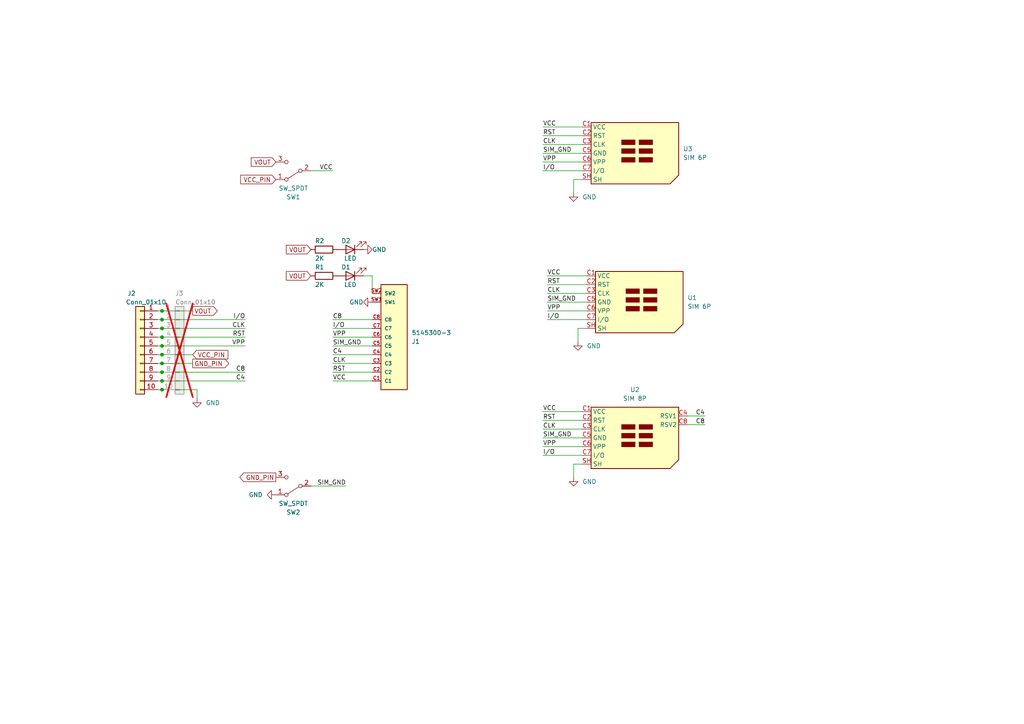
<source format=kicad_sch>
(kicad_sch (version 20250114) (generator "eeschema") (generator_version "9.0")
  (paper "A4")
  (lib_symbols
    (symbol "5145300-3:5145300-3" (pin_names (offset 1.016))
      (property "Reference" "J" (at -5.0883 15.9011 0))
      (property "Value" "5145300-3" (at -5.0832 -17.7912 0))
      (symbol "5145300-3_0_0"
        (rectangle (start -5.08 -15.24) (end 2.54 15.24) (stroke (width 0.254)) (fill (type background)))
        (pin passive line (at -7.62 12.7 0) (length 2.54) (name "C1") (number "C1"))
        (pin passive line (at -7.62 10.16 0) (length 2.54) (name "C2") (number "C2"))
        (pin passive line (at -7.62 7.62 0) (length 2.54) (name "C3") (number "C3"))
        (pin passive line (at -7.62 5.08 0) (length 2.54) (name "C4") (number "C4"))
        (pin passive line (at -7.62 2.54 0) (length 2.54) (name "C5") (number "C5"))
        (pin passive line (at -7.62 0 0) (length 2.54) (name "C6") (number "C6"))
        (pin passive line (at -7.62 -2.54 0) (length 2.54) (name "C7") (number "C7"))
        (pin passive line (at -7.62 -5.08 0) (length 2.54) (name "C8") (number "C8"))
        (pin passive line (at -7.62 -10.16 0) (length 2.54) (name "SW1") (number "SW1"))
        (pin passive line (at -7.62 -12.7 0) (length 2.54) (name "SW2") (number "SW2"))
      )
    )
    (symbol "Connector_Generic:Conn_01x10" (pin_names (offset 1.016) (hide yes))
      (property "Reference" "J" (at 0 12.7 0))
      (property "Value" "Conn_01x10" (at 0 -15.24 0))
      (symbol "Conn_01x10_1_1"
        (rectangle (start -1.27 11.43) (end 1.27 -13.97) (stroke (width 0.254)) (fill (type background)))
        (rectangle (start -1.27 10.287) (end 0 10.033) (stroke (width 0.1524)))
        (rectangle (start -1.27 7.747) (end 0 7.493) (stroke (width 0.1524)))
        (rectangle (start -1.27 5.207) (end 0 4.953) (stroke (width 0.1524)))
        (rectangle (start -1.27 2.667) (end 0 2.413) (stroke (width 0.1524)))
        (rectangle (start -1.27 0.127) (end 0 -0.127) (stroke (width 0.1524)))
        (rectangle (start -1.27 -2.413) (end 0 -2.667) (stroke (width 0.1524)))
        (rectangle (start -1.27 -4.953) (end 0 -5.207) (stroke (width 0.1524)))
        (rectangle (start -1.27 -7.493) (end 0 -7.747) (stroke (width 0.1524)))
        (rectangle (start -1.27 -10.033) (end 0 -10.287) (stroke (width 0.1524)))
        (rectangle (start -1.27 -12.573) (end 0 -12.827) (stroke (width 0.1524)))
        (pin passive line (at -5.08 10.16 0) (length 3.81) (name "Pin_1") (number "1"))
        (pin passive line (at -5.08 7.62 0) (length 3.81) (name "Pin_2") (number "2"))
        (pin passive line (at -5.08 5.08 0) (length 3.81) (name "Pin_3") (number "3"))
        (pin passive line (at -5.08 2.54 0) (length 3.81) (name "Pin_4") (number "4"))
        (pin passive line (at -5.08 0 0) (length 3.81) (name "Pin_5") (number "5"))
        (pin passive line (at -5.08 -2.54 0) (length 3.81) (name "Pin_6") (number "6"))
        (pin passive line (at -5.08 -5.08 0) (length 3.81) (name "Pin_7") (number "7"))
        (pin passive line (at -5.08 -7.62 0) (length 3.81) (name "Pin_8") (number "8"))
        (pin passive line (at -5.08 -10.16 0) (length 3.81) (name "Pin_9") (number "9"))
        (pin passive line (at -5.08 -12.7 0) (length 3.81) (name "Pin_10") (number "10"))
      )
    )
    (symbol "Device:LED" (pin_numbers (hide yes)) (pin_names (offset 1.016) (hide yes))
      (property "Reference" "D" (at 0 2.54 0))
      (property "Value" "LED" (at 0 -2.54 0))
      (symbol "LED_0_1"
        (polyline (pts (xy -3.048 -0.762) (xy -4.572 -2.286) (xy -3.81 -2.286) (xy -4.572 -2.286) (xy -4.572 -1.524)))
        (polyline (pts (xy -1.778 -0.762) (xy -3.302 -2.286) (xy -2.54 -2.286) (xy -3.302 -2.286) (xy -3.302 -1.524)))
        (polyline (pts (xy -1.27 0) (xy 1.27 0)))
        (polyline (pts (xy -1.27 -1.27) (xy -1.27 1.27)) (stroke (width 0.254)))
        (polyline (pts (xy 1.27 -1.27) (xy 1.27 1.27) (xy -1.27 0) (xy 1.27 -1.27)) (stroke (width 0.254)))
      )
      (symbol "LED_1_1"
        (pin passive line (at -3.81 0 0) (length 2.54) (name "K") (number "1"))
        (pin passive line (at 3.81 0 180) (length 2.54) (name "A") (number "2"))
      )
    )
    (symbol "Device:R" (pin_numbers (hide yes)) (pin_names (offset 0))
      (property "Reference" "R" (at 2.032 0 90))
      (property "Value" "R" (at 0 0 90))
      (symbol "R_0_1"
        (rectangle (start -1.016 -2.54) (end 1.016 2.54) (stroke (width 0.254)))
      )
      (symbol "R_1_1"
        (pin passive line (at 0 3.81 270) (length 1.27) (name "~") (number "1"))
        (pin passive line (at 0 -3.81 90) (length 1.27) (name "~") (number "2"))
      )
    )
    (symbol "Switch:SW_SPDT" (pin_names (offset 0) (hide yes))
      (property "Reference" "SW" (at 0 4.318 0))
      (property "Value" "SW_SPDT" (at 0 -5.08 0))
      (symbol "SW_SPDT_0_0"
        (circle (center -2.032 0) (radius 0.508))
        (circle (center 2.032 -2.54) (radius 0.508))
      )
      (symbol "SW_SPDT_0_1"
        (polyline (pts (xy -1.524 0.254) (xy 1.651 2.286)))
        (circle (center 2.032 2.54) (radius 0.508))
      )
      (symbol "SW_SPDT_1_1"
        (pin passive line (at -5.08 0 0) (length 2.54) (name "B") (number "2"))
        (pin passive line (at 5.08 2.54 180) (length 2.54) (name "A") (number "1"))
        (pin passive line (at 5.08 -2.54 180) (length 2.54) (name "C") (number "3"))
      )
    )
    (symbol "power:GND" (power) (pin_names (offset 0))
      (property "Value" "GND" (at 0 -3.81 0))
      (symbol "GND_0_1"
        (polyline (pts (xy 0 0) (xy 0 -1.27) (xy 1.27 -1.27) (xy 0 -2.54) (xy -1.27 -1.27) (xy 0 -1.27)))
      )
      (symbol "GND_1_1"
        (pin power_in line (at 0 0 270) (length 0) (hide yes) (name "GND") (number "1"))
      )
    )
    (symbol "sim card:SIM 6P"
      (property "Reference" "U" (at 11.43 12.7 0))
      (property "Value" "SIM 6P" (at 11.43 10.16 0))
      (symbol "SIM 6P_0_1"
        (polyline (pts (xy 0 8.89) (xy 0 -8.89) (xy 22.86 -8.89) (xy 25.4 -6.35) (xy 25.4 8.89) (xy 0 8.89)) (stroke (width 0.254)) (fill (type background)))
        (rectangle (start 8.89 2.54) (end 12.7 3.81) (stroke (width 0.254)) (fill (type outline)))
        (rectangle (start 8.89 0) (end 12.7 1.27) (stroke (width 0.254)) (fill (type outline)))
        (rectangle (start 8.89 -2.54) (end 12.7 -1.27) (stroke (width 0.254)) (fill (type outline)))
        (rectangle (start 13.97 2.54) (end 17.78 3.81) (stroke (width 0.254)) (fill (type outline)))
        (rectangle (start 13.97 0) (end 17.78 1.27) (stroke (width 0.254)) (fill (type outline)))
        (rectangle (start 13.97 -1.27) (end 17.78 -2.54) (stroke (width 0.254)) (fill (type outline)))
      )
      (symbol "SIM 6P_1_1"
        (pin power_in line (at -2.54 7.62 0) (length 2.54) (name "VCC") (number "C1"))
        (pin input line (at -2.54 5.08 0) (length 2.54) (name "RST") (number "C2"))
        (pin input line (at -2.54 2.54 0) (length 2.54) (name "CLK") (number "C3"))
        (pin power_in line (at -2.54 0 0) (length 2.54) (name "GND") (number "C5"))
        (pin input line (at -2.54 -2.54 0) (length 2.54) (name "VPP") (number "C6"))
        (pin bidirectional line (at -2.54 -5.08 0) (length 2.54) (name "I/O") (number "C7"))
        (pin passive line (at -2.54 -7.62 0) (length 2.54) (name "SH") (number "SH"))
      )
    )
    (symbol "sim card:SIM 8P"
      (property "Reference" "U" (at 11.43 12.7 0))
      (property "Value" "SIM 8P" (at 11.43 10.16 0))
      (symbol "SIM 8P_0_1"
        (polyline (pts (xy 0 8.89) (xy 0 -8.89) (xy 22.86 -8.89) (xy 25.4 -6.35) (xy 25.4 8.89) (xy 0 8.89)) (stroke (width 0.254)) (fill (type background)))
        (rectangle (start 8.89 2.54) (end 12.7 3.81) (stroke (width 0.254)) (fill (type outline)))
        (rectangle (start 8.89 0) (end 12.7 1.27) (stroke (width 0.254)) (fill (type outline)))
        (rectangle (start 8.89 -2.54) (end 12.7 -1.27) (stroke (width 0.254)) (fill (type outline)))
        (rectangle (start 13.97 2.54) (end 17.78 3.81) (stroke (width 0.254)) (fill (type outline)))
        (rectangle (start 13.97 0) (end 17.78 1.27) (stroke (width 0.254)) (fill (type outline)))
        (rectangle (start 13.97 -1.27) (end 17.78 -2.54) (stroke (width 0.254)) (fill (type outline)))
      )
      (symbol "SIM 8P_1_1"
        (pin power_in line (at -2.54 7.62 0) (length 2.54) (name "VCC") (number "C1"))
        (pin input line (at -2.54 5.08 0) (length 2.54) (name "RST") (number "C2"))
        (pin input line (at -2.54 2.54 0) (length 2.54) (name "CLK") (number "C3"))
        (pin power_in line (at -2.54 0 0) (length 2.54) (name "GND") (number "C5"))
        (pin input line (at -2.54 -2.54 0) (length 2.54) (name "VPP") (number "C6"))
        (pin bidirectional line (at -2.54 -5.08 0) (length 2.54) (name "I/O") (number "C7"))
        (pin passive line (at -2.54 -7.62 0) (length 2.54) (name "SH") (number "SH"))
        (pin passive line (at 27.94 6.35 180) (length 2.54) (name "RSV1") (number "C4"))
        (pin passive line (at 27.94 3.81 180) (length 2.54) (name "RSV2") (number "C8"))
      )
    )
  )
  (junction (at 46.99 102.87))
  (junction (at 46.99 107.95))
  (junction (at 46.99 97.79))
  (junction (at 46.99 95.25))
  (junction (at 46.99 92.71))
  (junction (at 46.99 113.03))
  (junction (at 46.99 90.17))
  (junction (at 46.99 110.49))
  (junction (at 46.99 105.41))
  (junction (at 46.99 100.33))
  (wire (pts (xy 166.37 52.07) (xy 166.37 55.88)))
  (wire (pts (xy 158.75 85.09) (xy 170.18 85.09)))
  (wire (pts (xy 199.39 123.19) (xy 204.47 123.19)))
  (wire (pts (xy 105.41 80.01) (xy 107.95 80.01)))
  (wire (pts (xy 157.48 49.53) (xy 168.91 49.53)))
  (wire (pts (xy 96.52 102.87) (xy 107.95 102.87)))
  (wire (pts (xy 107.95 80.01) (xy 107.95 85.09)))
  (wire (pts (xy 46.99 97.79) (xy 71.12 97.79)))
  (wire (pts (xy 46.99 100.33) (xy 45.72 100.33)))
  (wire (pts (xy 96.52 92.71) (xy 107.95 92.71)))
  (wire (pts (xy 55.88 90.17) (xy 46.99 90.17)))
  (wire (pts (xy 96.52 110.49) (xy 107.95 110.49)))
  (wire (pts (xy 167.64 95.25) (xy 167.64 99.06)))
  (wire (pts (xy 46.99 90.17) (xy 45.72 90.17)))
  (wire (pts (xy 46.99 107.95) (xy 45.72 107.95)))
  (wire (pts (xy 90.17 49.53) (xy 96.52 49.53)))
  (wire (pts (xy 46.99 102.87) (xy 45.72 102.87)))
  (wire (pts (xy 157.48 132.08) (xy 168.91 132.08)))
  (wire (pts (xy 157.48 121.92) (xy 168.91 121.92)))
  (wire (pts (xy 168.91 134.62) (xy 166.37 134.62)))
  (wire (pts (xy 96.52 107.95) (xy 107.95 107.95)))
  (wire (pts (xy 46.99 95.25) (xy 45.72 95.25)))
  (wire (pts (xy 46.99 113.03) (xy 57.15 113.03)))
  (wire (pts (xy 46.99 92.71) (xy 45.72 92.71)))
  (wire (pts (xy 57.15 115.57) (xy 57.15 113.03)))
  (wire (pts (xy 46.99 113.03) (xy 45.72 113.03)))
  (wire (pts (xy 158.75 90.17) (xy 170.18 90.17)))
  (wire (pts (xy 96.52 105.41) (xy 107.95 105.41)))
  (wire (pts (xy 46.99 107.95) (xy 71.12 107.95)))
  (wire (pts (xy 168.91 52.07) (xy 166.37 52.07)))
  (wire (pts (xy 96.52 97.79) (xy 107.95 97.79)))
  (wire (pts (xy 157.48 41.91) (xy 168.91 41.91)))
  (wire (pts (xy 157.48 127) (xy 168.91 127)))
  (wire (pts (xy 46.99 105.41) (xy 45.72 105.41)))
  (wire (pts (xy 157.48 36.83) (xy 168.91 36.83)))
  (wire (pts (xy 157.48 119.38) (xy 168.91 119.38)))
  (wire (pts (xy 170.18 95.25) (xy 167.64 95.25)))
  (wire (pts (xy 46.99 102.87) (xy 55.88 102.87)))
  (wire (pts (xy 157.48 124.46) (xy 168.91 124.46)))
  (wire (pts (xy 158.75 80.01) (xy 170.18 80.01)))
  (wire (pts (xy 199.39 120.65) (xy 204.47 120.65)))
  (wire (pts (xy 157.48 46.99) (xy 168.91 46.99)))
  (wire (pts (xy 46.99 110.49) (xy 71.12 110.49)))
  (wire (pts (xy 96.52 95.25) (xy 107.95 95.25)))
  (wire (pts (xy 166.37 134.62) (xy 166.37 138.43)))
  (wire (pts (xy 46.99 100.33) (xy 71.12 100.33)))
  (wire (pts (xy 157.48 44.45) (xy 168.91 44.45)))
  (wire (pts (xy 46.99 110.49) (xy 45.72 110.49)))
  (wire (pts (xy 158.75 87.63) (xy 170.18 87.63)))
  (wire (pts (xy 157.48 129.54) (xy 168.91 129.54)))
  (wire (pts (xy 46.99 97.79) (xy 45.72 97.79)))
  (wire (pts (xy 46.99 105.41) (xy 55.88 105.41)))
  (wire (pts (xy 46.99 92.71) (xy 71.12 92.71)))
  (wire (pts (xy 157.48 39.37) (xy 168.91 39.37)))
  (wire (pts (xy 46.99 95.25) (xy 71.12 95.25)))
  (wire (pts (xy 158.75 82.55) (xy 170.18 82.55)))
  (wire (pts (xy 158.75 92.71) (xy 170.18 92.71)))
  (wire (pts (xy 90.17 140.97) (xy 100.33 140.97)))
  (wire (pts (xy 96.52 100.33) (xy 107.95 100.33)))
  (label "VPP" (at 157.48 129.54 0))
  (label "SIM_GND" (at 157.48 127 0))
  (label "C8" (at 96.52 92.71 0))
  (label "I{slash}O" (at 96.52 95.25 0))
  (label "RST" (at 158.75 82.55 0))
  (label "I{slash}O" (at 157.48 49.53 0))
  (label "I{slash}O" (at 157.48 132.08 0))
  (label "I{slash}O" (at 158.75 92.71 0))
  (label "CLK" (at 71.12 95.25 180))
  (label "C4" (at 96.52 102.87 0))
  (label "VCC" (at 157.48 119.38 0))
  (label "SIM_GND" (at 96.52 100.33 0))
  (label "I{slash}O" (at 71.12 92.71 180))
  (label "C8" (at 204.47 123.19 180))
  (label "SIM_GND" (at 100.33 140.97 180))
  (label "VPP" (at 157.48 46.99 0))
  (label "VCC" (at 96.52 49.53 180))
  (label "C8" (at 71.12 107.95 180))
  (label "VPP" (at 158.75 90.17 0))
  (label "VCC" (at 157.48 36.83 0))
  (label "CLK" (at 158.75 85.09 0))
  (label "C4" (at 71.12 110.49 180))
  (label "RST" (at 157.48 39.37 0))
  (label "RST" (at 96.52 107.95 0))
  (label "CLK" (at 96.52 105.41 0))
  (label "VCC" (at 158.75 80.01 0))
  (label "RST" (at 71.12 97.79 180))
  (label "SIM_GND" (at 158.75 87.63 0))
  (label "RST" (at 157.48 121.92 0))
  (label "CLK" (at 157.48 124.46 0))
  (label "VPP" (at 71.12 100.33 180))
  (label "C4" (at 204.47 120.65 180))
  (label "VPP" (at 96.52 97.79 0))
  (label "CLK" (at 157.48 41.91 0))
  (label "VCC" (at 96.52 110.49 0))
  (label "SIM_GND" (at 157.48 44.45 0))
  (global_label "VOUT" (shape input) (at 90.17 80.01 180) (property "Intersheetrefs" "${INTERSHEET_REFS}" (effects (hide yes))))
  (global_label "VCC_PIN" (shape input) (at 55.88 102.87 0) (property "Intersheetrefs" "${INTERSHEET_REFS}" (effects (hide yes))))
  (global_label "VCC_PIN" (shape input) (at 80.01 52.07 180) (property "Intersheetrefs" "${INTERSHEET_REFS}" (effects (hide yes))))
  (global_label "VOUT" (shape output) (at 55.88 90.17 0) (property "Intersheetrefs" "${INTERSHEET_REFS}" (effects (hide yes))))
  (global_label "GND_PIN" (shape output) (at 80.01 138.43 180) (property "Intersheetrefs" "${INTERSHEET_REFS}" (effects (hide yes))))
  (global_label "VOUT" (shape input) (at 90.17 72.39 180) (property "Intersheetrefs" "${INTERSHEET_REFS}" (effects (hide yes))))
  (global_label "VOUT" (shape input) (at 80.01 46.99 180) (property "Intersheetrefs" "${INTERSHEET_REFS}" (effects (hide yes))))
  (global_label "GND_PIN" (shape output) (at 55.88 105.41 0) (property "Intersheetrefs" "${INTERSHEET_REFS}" (effects (hide yes))))
  (symbol (lib_id "Device:LED") (at 101.6 72.39 180) (unit 1)
    (property "Reference" "D2" (at 100.33 69.85 0))
    (property "Value" "LED" (at 101.6 74.93 0))
    (property "Footprint" "LED_SMD:LED_0805_2012Metric" (effects (hide yes)))
  )
  (symbol (lib_id "power:GND") (at 167.64 99.06 0) (unit 1)
    (property "Reference" "#PWR08" (effects (hide yes)))
    (property "Value" "GND" (at 170.18 100.33 0) (effects (justify left)))
  )
  (symbol (lib_id "sim card:SIM 6P") (at 171.45 44.45 0) (unit 1)
    (property "Reference" "U3" (at 198.12 43.18 0) (effects (justify left)))
    (property "Value" "SIM 6P" (at 198.12 45.72 0) (effects (justify left)))
    (property "Footprint" "SIM_CARDS:SIM-0036" (effects (hide yes)))
  )
  (symbol (lib_id "power:GND") (at 105.41 72.39 90) (unit 1)
    (property "Reference" "#PWR01" (effects (hide yes)))
    (property "Value" "GND" (at 107.95 72.39 90) (effects (justify right)))
  )
  (symbol (lib_id "Device:LED") (at 101.6 80.01 180) (unit 1)
    (property "Reference" "D1" (at 100.33 77.47 0))
    (property "Value" "LED" (at 101.6 82.55 0))
    (property "Footprint" "LED_SMD:LED_0805_2012Metric" (effects (hide yes)))
  )
  (symbol (lib_id "power:GND") (at 107.95 87.63 270) (unit 1)
    (property "Reference" "#PWR04" (effects (hide yes)))
    (property "Value" "GND" (at 105.41 87.63 90) (effects (justify right)))
  )
  (symbol (lib_id "5145300-3:5145300-3") (at 115.57 97.79 0) (mirror x) (unit 1)
    (property "Reference" "J1" (at 119.38 99.06 0) (effects (justify left)))
    (property "Value" "5145300-3" (at 119.38 96.52 0) (effects (justify left)))
    (property "Footprint" "footprints:TE_5145300-3" (effects (hide yes)))
    (property "Description" "\nConn Smart Card RCP 8 POS 2.54mm Solder ST SMD Tray\n" (effects (hide yes)))
    (property "Comment" "5145300-3" (effects (hide yes)))
    (property "MF" "TE Connectivity" (effects (hide yes)))
    (property "Package" "None" (effects (hide yes)))
    (property "Price" "None" (effects (hide yes)))
    (property "Check_prices" "https://www.snapeda.com/parts/5145300-3/TE+Connectivity+AMP+Connectors/view-part/?ref=eda" (effects (hide yes)))
    (property "STANDARD" "Manufacturer recommendations" (effects (hide yes)))
    (property "PARTREV" "C3" (effects (hide yes)))
    (property "SnapEDA_Link" "https://www.snapeda.com/parts/5145300-3/TE+Connectivity+AMP+Connectors/view-part/?ref=snap" (effects (hide yes)))
    (property "MP" "5145300-3" (effects (hide yes)))
    (property "Purchase-URL" "https://www.snapeda.com/api/url_track_click_mouser/?unipart_id=543619&manufacturer=TE Connectivity&part_name=5145300-3&search_term=smart card connector" (effects (hide yes)))
    (property "EU_RoHS_Compliance" "Compliant" (effects (hide yes)))
    (property "Availability" "In Stock" (effects (hide yes)))
    (property "MANUFACTURER" "TE Connectivity" (effects (hide yes)))
  )
  (symbol (lib_id "Connector_Generic:Conn_01x10") (at 40.64 100.33 0) (mirror y) (unit 1)
    (property "Reference" "J2" (at 39.37 85.09 0) (effects (justify left)))
    (property "Value" "Conn_01x10" (at 48.26 87.63 0) (effects (justify left)))
    (property "Footprint" "Connector_PinSocket_2.54mm:PinSocket_1x10_P2.54mm_Horizontal" (effects (hide yes)))
  )
  (symbol (lib_id "sim card:SIM 8P") (at 171.45 127 0) (unit 1)
    (property "Reference" "U2" (at 184.15 113.03 0))
    (property "Value" "SIM 8P" (at 184.15 115.57 0))
    (property "Footprint" "SIM_CARDS:SIM-0030" (effects (hide yes)))
  )
  (symbol (lib_id "power:GND") (at 166.37 55.88 0) (unit 1)
    (property "Reference" "#PWR02" (effects (hide yes)))
    (property "Value" "GND" (at 168.91 57.15 0) (effects (justify left)))
  )
  (symbol (lib_id "Switch:SW_SPDT") (at 85.09 140.97 180) (unit 1)
    (property "Reference" "SW2" (at 85.09 148.59 0))
    (property "Value" "SW_SPDT" (at 85.09 146.05 0))
    (property "Footprint" "Button_Switch_SMD:SW_SPDT_PCM12" (effects (hide yes)))
  )
  (symbol (lib_id "power:GND") (at 166.37 138.43 0) (unit 1)
    (property "Reference" "#PWR05" (effects (hide yes)))
    (property "Value" "GND" (at 168.91 139.7 0) (effects (justify left)))
  )
  (symbol (lib_id "Device:R") (at 93.98 80.01 90) (unit 1)
    (property "Reference" "R1" (at 92.71 77.47 90))
    (property "Value" "2K" (at 92.71 82.55 90))
    (property "Footprint" "Resistor_SMD:R_0805_2012Metric" (effects (hide yes)))
  )
  (symbol (lib_id "power:GND") (at 57.15 115.57 0) (unit 1)
    (property "Reference" "#PWR06" (effects (hide yes)))
    (property "Value" "GND" (at 59.69 116.84 0) (effects (justify left)))
  )
  (symbol (lib_id "Device:R") (at 93.98 72.39 90) (unit 1)
    (property "Reference" "R2" (at 92.71 69.85 90))
    (property "Value" "2K" (at 92.71 74.93 90))
    (property "Footprint" "Resistor_SMD:R_0805_2012Metric" (effects (hide yes)))
  )
  (symbol (lib_id "Connector_Generic:Conn_01x10") (at 52.07 100.33 0) (unit 1) (in_bom no) (dnp yes)
    (property "Reference" "J3" (at 50.8 85.09 0) (effects (justify left)))
    (property "Value" "Conn_01x10" (at 50.8 87.63 0) (effects (justify left)))
    (property "Footprint" "Connector_PinHeader_2.54mm:PinHeader_1x10_P2.54mm_Vertical" (effects (hide yes)))
  )
  (symbol (lib_id "power:GND") (at 80.01 143.51 270) (unit 1)
    (property "Reference" "#PWR07" (effects (hide yes)))
    (property "Value" "GND" (at 76.2 143.51 90) (effects (justify right)))
  )
  (symbol (lib_id "Switch:SW_SPDT") (at 85.09 49.53 180) (unit 1)
    (property "Reference" "SW1" (at 85.09 57.15 0))
    (property "Value" "SW_SPDT" (at 85.09 54.61 0))
    (property "Footprint" "Button_Switch_SMD:SW_SPDT_PCM12" (effects (hide yes)))
  )
  (symbol (lib_id "sim card:SIM 6P") (at 172.72 87.63 0) (unit 1)
    (property "Reference" "U1" (at 199.39 86.36 0) (effects (justify left)))
    (property "Value" "SIM 6P" (at 199.39 88.9 0) (effects (justify left)))
    (property "Footprint" "footprints2:DGLZ-SIM-0004" (effects (hide yes)))
  )
)
</source>
